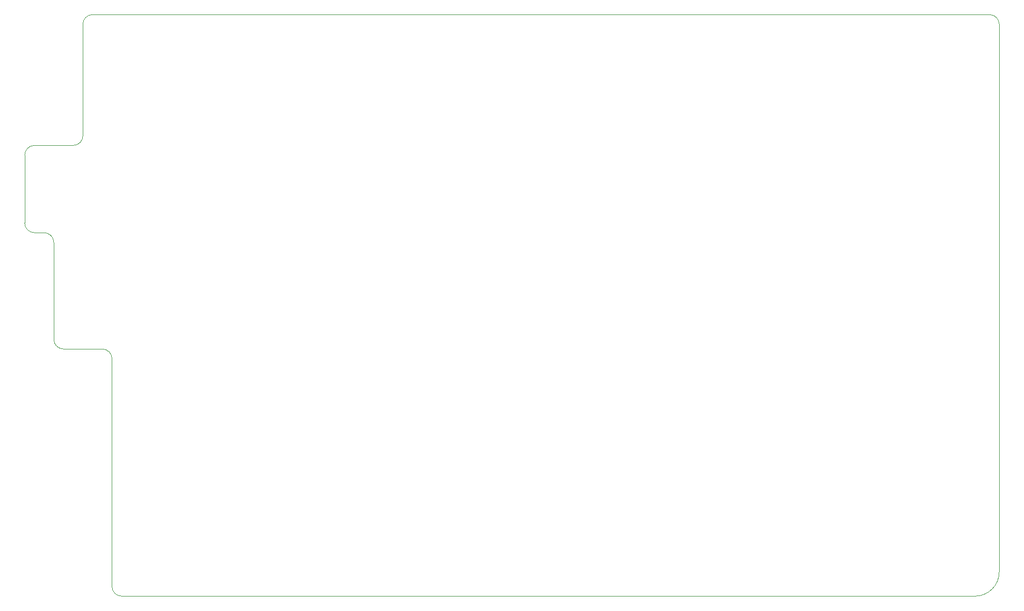
<source format=gbr>
G04 #@! TF.GenerationSoftware,KiCad,Pcbnew,(5.1.4-0)*
G04 #@! TF.CreationDate,2022-08-11T17:04:41-05:00*
G04 #@! TF.ProjectId,keyboard,6b657962-6f61-4726-942e-6b696361645f,rev?*
G04 #@! TF.SameCoordinates,Original*
G04 #@! TF.FileFunction,Profile,NP*
%FSLAX46Y46*%
G04 Gerber Fmt 4.6, Leading zero omitted, Abs format (unit mm)*
G04 Created by KiCad (PCBNEW (5.1.4-0)) date 2022-08-11 17:04:41*
%MOMM*%
%LPD*%
G04 APERTURE LIST*
%ADD10C,0.100000*%
G04 APERTURE END LIST*
D10*
X160337500Y0D02*
G75*
G02X161925000Y-1587500I0J-1587500D01*
G01*
X18256250Y-95250000D02*
G75*
G02X16668750Y-93662500I0J1587500D01*
G01*
X15081250Y-54768750D02*
G75*
G02X16668750Y-56356250I0J-1587500D01*
G01*
X8731250Y-54768750D02*
G75*
G02X7143750Y-53181250I0J1587500D01*
G01*
X5556250Y-35718750D02*
G75*
G02X7143750Y-37306250I0J-1587500D01*
G01*
X3968750Y-35718750D02*
G75*
G02X2381250Y-34131250I0J1587500D01*
G01*
X2381250Y-23018750D02*
G75*
G02X3968750Y-21431250I1587500J0D01*
G01*
X11906250Y-19843750D02*
G75*
G02X10318750Y-21431250I-1587500J0D01*
G01*
X11906250Y-1587500D02*
G75*
G02X13493750Y0I1587500J0D01*
G01*
X161925000Y-91281250D02*
G75*
G02X157956250Y-95250000I-3968750J0D01*
G01*
X157956250Y-95250000D02*
X18256250Y-95250000D01*
X161925000Y-1587500D02*
X161925000Y-91281250D01*
X13493750Y0D02*
X160337500Y0D01*
X16668750Y-76200000D02*
X16668750Y-93662500D01*
X16668750Y-56356250D02*
X16668750Y-76200000D01*
X8731250Y-54768750D02*
X15081250Y-54768750D01*
X7143750Y-37306250D02*
X7143750Y-53181250D01*
X3968750Y-35718750D02*
X5556250Y-35718750D01*
X2381250Y-23018750D02*
X2381250Y-34131250D01*
X10318750Y-21431250D02*
X3968750Y-21431250D01*
X11906250Y-1587500D02*
X11906250Y-19843750D01*
M02*

</source>
